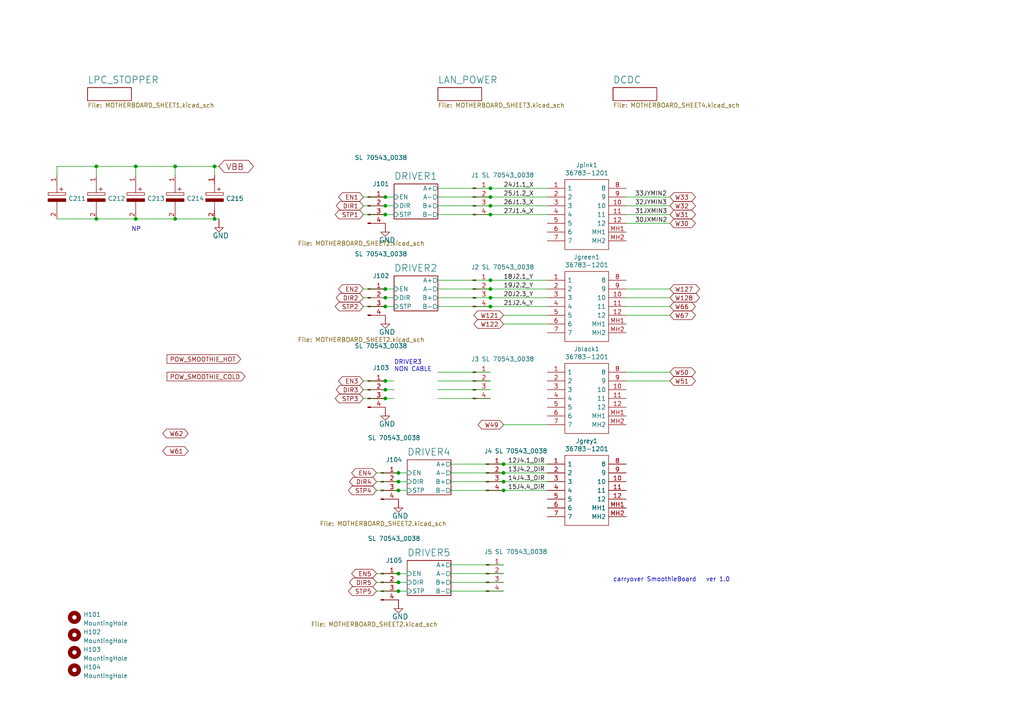
<source format=kicad_sch>
(kicad_sch (version 20211123) (generator eeschema)
  (paper "A4")
  (title_block (title "N0127 SMOOTHIEBOARD - MOTHERBOARD") (date "2022-07-18") (rev "1.0"))
  (lib_symbols
    (symbol "Connector:Conn_01x04_Male" (pin_names (offset 1.016) hide)
      (property "Reference" "J" (at 0 5.08 0))
      (property "Value" "Conn_01x04_Male" (at 0 -7.62 0))
      (symbol "Conn_01x04_Male_1_1"
        (polyline (pts (xy 1.27 -5.08) (xy 0.8636 -5.08)) (stroke (width 0.1524)))
        (polyline (pts (xy 1.27 -2.54) (xy 0.8636 -2.54)) (stroke (width 0.1524)))
        (polyline (pts (xy 1.27 0) (xy 0.8636 0)) (stroke (width 0.1524)))
        (polyline (pts (xy 1.27 2.54) (xy 0.8636 2.54)) (stroke (width 0.1524)))
        (rectangle (start 0.8636 -4.953) (end 0 -5.207) (stroke (width 0.1524)) (fill (type outline)))
        (rectangle (start 0.8636 -2.413) (end 0 -2.667) (stroke (width 0.1524)) (fill (type outline)))
        (rectangle (start 0.8636 0.127) (end 0 -0.127) (stroke (width 0.1524)) (fill (type outline)))
        (rectangle (start 0.8636 2.667) (end 0 2.413) (stroke (width 0.1524)) (fill (type outline)))
        (pin passive line (at 5.08 2.54 180) (length 3.81) (name "Pin_1") (number "1"))
        (pin passive line (at 5.08 0 180) (length 3.81) (name "Pin_2") (number "2"))
        (pin passive line (at 5.08 -2.54 180) (length 3.81) (name "Pin_3") (number "3"))
        (pin passive line (at 5.08 -5.08 180) (length 3.81) (name "Pin_4") (number "4"))
      )
    )
    (symbol "Mechanical:MountingHole" (pin_names (offset 1.016))
      (property "Reference" "H" (at 0 5.08 0))
      (property "Value" "MountingHole" (at 0 3.175 0))
      (symbol "MountingHole_0_1"
        (circle (center 0 0) (radius 1.27) (stroke (width 1.27)))
      )
    )
    (symbol "SAMAC:EDK107M035A9HAA" (pin_names (offset 0.762))
      (property "Reference" "C" (at 8.89 6.35 0))
      (property "Value" "EDK107M035A9HAA" (at 8.89 3.81 0))
      (symbol "EDK107M035A9HAA_0_0"
        (pin passive line (at 0 0 0) (length 2.54) (name "~") (number "1"))
        (pin passive line (at 12.7 0 180) (length 2.54) (name "~") (number "2"))
      )
      (symbol "EDK107M035A9HAA_0_1"
        (polyline (pts (xy 2.54 0) (xy 5.08 0)) (stroke (width 0.1524)))
        (polyline (pts (xy 4.064 1.778) (xy 4.064 0.762)) (stroke (width 0.1524)))
        (polyline (pts (xy 4.572 1.27) (xy 3.556 1.27)) (stroke (width 0.1524)))
        (polyline (pts (xy 7.62 0) (xy 10.16 0)) (stroke (width 0.1524)))
        (polyline (pts (xy 5.08 2.54) (xy 5.08 -2.54) (xy 5.842 -2.54) (xy 5.842 2.54) (xy 5.08 2.54)) (stroke (width 0.1524)))
        (polyline (pts (xy 7.62 2.54) (xy 7.62 -2.54) (xy 6.858 -2.54) (xy 6.858 2.54) (xy 7.62 2.54)) (stroke (width 0.254)) (fill (type outline)))
      )
    )
    (symbol "smoothieboard-5driver-eagle-import:GND" (power) (pin_names (offset 1.016))
      (property "Value" "GND" (at -1.905 -3.175 0))
      (symbol "GND_1_0"
        (polyline (pts (xy -1.27 0) (xy 1.27 0)))
        (polyline (pts (xy 0 -1.27) (xy -1.27 0)))
        (polyline (pts (xy 1.27 0) (xy 0 -1.27)))
        (pin power_in line (at 0 2.54 270) (length 2.54) (name "GND") (number "1"))
      )
    )
    (symbol "smoothieboard-5driver-rescue:36783-1201-36783-1201" (pin_names (offset 0.762))
      (property "Reference" "J" (at 19.05 7.62 0))
      (property "Value" "36783-1201-36783-1201" (at 19.05 5.08 0))
      (symbol "36783-1201-36783-1201_0_0"
        (pin passive line (at 0 0 0) (length 5.08) (name "1") (number "1"))
        (pin passive line (at 22.86 -5.08 180) (length 5.08) (name "10") (number "10"))
        (pin passive line (at 22.86 -7.62 180) (length 5.08) (name "11") (number "11"))
        (pin passive line (at 22.86 -10.16 180) (length 5.08) (name "12") (number "12"))
        (pin passive line (at 0 -2.54 0) (length 5.08) (name "2") (number "2"))
        (pin passive line (at 0 -5.08 0) (length 5.08) (name "3") (number "3"))
        (pin passive line (at 0 -7.62 0) (length 5.08) (name "4") (number "4"))
        (pin passive line (at 0 -10.16 0) (length 5.08) (name "5") (number "5"))
        (pin passive line (at 0 -12.7 0) (length 5.08) (name "6") (number "6"))
        (pin passive line (at 0 -15.24 0) (length 5.08) (name "7") (number "7"))
        (pin passive line (at 22.86 0 180) (length 5.08) (name "8") (number "8"))
        (pin passive line (at 22.86 -2.54 180) (length 5.08) (name "9") (number "9"))
        (pin passive line (at 22.86 -12.7 180) (length 5.08) (name "MH1") (number "MH1"))
        (pin passive line (at 22.86 -15.24 180) (length 5.08) (name "MH2") (number "MH2"))
      )
      (symbol "36783-1201-36783-1201_0_1"
        (polyline (pts (xy 5.08 2.54) (xy 17.78 2.54) (xy 17.78 -17.78) (xy 5.08 -17.78) (xy 5.08 2.54)) (stroke (width 0.1524)))
      )
    )
  )
  (junction (at 115.57 139.7))
  (junction (at 142.24 83.82))
  (junction (at 62.23 63.5))
  (junction (at 39.37 63.5))
  (junction (at 111.76 113.03))
  (junction (at 142.24 88.9))
  (junction (at 115.57 166.37))
  (junction (at 27.94 63.5))
  (junction (at 146.05 142.24))
  (junction (at 142.24 62.23))
  (junction (at 50.8 48.26))
  (junction (at 146.05 134.62))
  (junction (at 142.24 81.28))
  (junction (at 111.76 59.69))
  (junction (at 111.76 83.82))
  (junction (at 111.76 57.15))
  (junction (at 111.76 86.36))
  (junction (at 142.24 59.69))
  (junction (at 111.76 115.57))
  (junction (at 27.94 48.26))
  (junction (at 146.05 137.16))
  (junction (at 62.23 48.26))
  (junction (at 142.24 57.15))
  (junction (at 39.37 48.26))
  (junction (at 115.57 137.16))
  (junction (at 115.57 142.24))
  (junction (at 50.8 63.5))
  (junction (at 146.05 139.7))
  (junction (at 115.57 168.91))
  (junction (at 115.57 171.45))
  (junction (at 142.24 54.61))
  (junction (at 111.76 62.23))
  (junction (at 111.76 88.9))
  (junction (at 142.24 86.36))
  (junction (at 111.76 110.49))
  (wire (pts (xy 63.5 48.26) (xy 62.23 48.26)))
  (wire (pts (xy 194.31 57.15) (xy 181.61 57.15)))
  (wire (pts (xy 105.41 83.82) (xy 111.76 83.82)))
  (wire (pts (xy 142.24 88.9) (xy 158.75 88.9)))
  (wire (pts (xy 109.22 166.37) (xy 115.57 166.37)))
  (wire (pts (xy 109.22 171.45) (xy 115.57 171.45)))
  (wire (pts (xy 130.81 166.37) (xy 146.05 166.37)))
  (wire (pts (xy 142.24 86.36) (xy 158.75 86.36)))
  (wire (pts (xy 127 81.28) (xy 142.24 81.28)))
  (wire (pts (xy 142.24 54.61) (xy 158.75 54.61)))
  (wire (pts (xy 194.31 59.69) (xy 181.61 59.69)))
  (wire (pts (xy 111.76 62.23) (xy 114.3 62.23)))
  (wire (pts (xy 146.05 137.16) (xy 158.75 137.16)))
  (wire (pts (xy 109.22 139.7) (xy 115.57 139.7)))
  (wire (pts (xy 62.23 63.5) (xy 63.5 63.5)))
  (wire (pts (xy 142.24 81.28) (xy 158.75 81.28)))
  (wire (pts (xy 39.37 48.26) (xy 27.94 48.26)))
  (wire (pts (xy 105.41 88.9) (xy 111.76 88.9)))
  (wire (pts (xy 115.57 142.24) (xy 118.11 142.24)))
  (wire (pts (xy 105.41 113.03) (xy 111.76 113.03)))
  (wire (pts (xy 127 83.82) (xy 142.24 83.82)))
  (wire (pts (xy 194.31 110.49) (xy 181.61 110.49)))
  (wire (pts (xy 130.81 168.91) (xy 146.05 168.91)))
  (wire (pts (xy 127 107.95) (xy 142.24 107.95)))
  (wire (pts (xy 62.23 48.26) (xy 62.23 50.8)))
  (wire (pts (xy 115.57 171.45) (xy 118.11 171.45)))
  (wire (pts (xy 39.37 48.26) (xy 39.37 50.8)))
  (wire (pts (xy 105.41 115.57) (xy 111.76 115.57)))
  (wire (pts (xy 111.76 113.03) (xy 114.3 113.03)))
  (wire (pts (xy 27.94 63.5) (xy 39.37 63.5)))
  (wire (pts (xy 39.37 63.5) (xy 50.8 63.5)))
  (wire (pts (xy 194.31 83.82) (xy 181.61 83.82)))
  (wire (pts (xy 109.22 142.24) (xy 115.57 142.24)))
  (wire (pts (xy 130.81 171.45) (xy 146.05 171.45)))
  (wire (pts (xy 127 59.69) (xy 142.24 59.69)))
  (wire (pts (xy 27.94 48.26) (xy 16.51 48.26)))
  (wire (pts (xy 194.31 64.77) (xy 181.61 64.77)))
  (wire (pts (xy 146.05 123.19) (xy 158.75 123.19)))
  (wire (pts (xy 194.31 107.95) (xy 181.61 107.95)))
  (wire (pts (xy 105.41 110.49) (xy 111.76 110.49)))
  (wire (pts (xy 50.8 63.5) (xy 62.23 63.5)))
  (wire (pts (xy 27.94 48.26) (xy 27.94 50.8)))
  (wire (pts (xy 127 57.15) (xy 142.24 57.15)))
  (wire (pts (xy 111.76 88.9) (xy 114.3 88.9)))
  (wire (pts (xy 111.76 115.57) (xy 114.3 115.57)))
  (wire (pts (xy 127 110.49) (xy 142.24 110.49)))
  (wire (pts (xy 16.51 63.5) (xy 27.94 63.5)))
  (wire (pts (xy 50.8 48.26) (xy 50.8 50.8)))
  (wire (pts (xy 146.05 91.44) (xy 158.75 91.44)))
  (wire (pts (xy 62.23 48.26) (xy 50.8 48.26)))
  (wire (pts (xy 115.57 137.16) (xy 118.11 137.16)))
  (wire (pts (xy 130.81 139.7) (xy 146.05 139.7)))
  (wire (pts (xy 194.31 88.9) (xy 181.61 88.9)))
  (wire (pts (xy 142.24 83.82) (xy 158.75 83.82)))
  (wire (pts (xy 130.81 142.24) (xy 146.05 142.24)))
  (wire (pts (xy 127 54.61) (xy 142.24 54.61)))
  (wire (pts (xy 111.76 59.69) (xy 114.3 59.69)))
  (wire (pts (xy 111.76 83.82) (xy 114.3 83.82)))
  (wire (pts (xy 111.76 57.15) (xy 114.3 57.15)))
  (wire (pts (xy 105.41 59.69) (xy 111.76 59.69)))
  (wire (pts (xy 194.31 62.23) (xy 181.61 62.23)))
  (wire (pts (xy 109.22 137.16) (xy 115.57 137.16)))
  (wire (pts (xy 142.24 57.15) (xy 158.75 57.15)))
  (wire (pts (xy 130.81 137.16) (xy 146.05 137.16)))
  (wire (pts (xy 115.57 166.37) (xy 118.11 166.37)))
  (wire (pts (xy 111.76 110.49) (xy 114.3 110.49)))
  (wire (pts (xy 115.57 168.91) (xy 118.11 168.91)))
  (wire (pts (xy 111.76 86.36) (xy 114.3 86.36)))
  (wire (pts (xy 127 86.36) (xy 142.24 86.36)))
  (wire (pts (xy 146.05 134.62) (xy 158.75 134.62)))
  (wire (pts (xy 127 115.57) (xy 142.24 115.57)))
  (wire (pts (xy 146.05 142.24) (xy 158.75 142.24)))
  (wire (pts (xy 105.41 62.23) (xy 111.76 62.23)))
  (wire (pts (xy 127 113.03) (xy 142.24 113.03)))
  (wire (pts (xy 130.81 163.83) (xy 146.05 163.83)))
  (wire (pts (xy 105.41 57.15) (xy 111.76 57.15)))
  (wire (pts (xy 142.24 62.23) (xy 158.75 62.23)))
  (wire (pts (xy 105.41 86.36) (xy 111.76 86.36)))
  (wire (pts (xy 127 88.9) (xy 142.24 88.9)))
  (wire (pts (xy 146.05 93.98) (xy 158.75 93.98)))
  (wire (pts (xy 115.57 139.7) (xy 118.11 139.7)))
  (wire (pts (xy 50.8 48.26) (xy 39.37 48.26)))
  (wire (pts (xy 16.51 48.26) (xy 16.51 50.8)))
  (wire (pts (xy 127 62.23) (xy 142.24 62.23)))
  (wire (pts (xy 146.05 139.7) (xy 158.75 139.7)))
  (wire (pts (xy 194.31 86.36) (xy 181.61 86.36)))
  (wire (pts (xy 142.24 59.69) (xy 158.75 59.69)))
  (wire (pts (xy 109.22 168.91) (xy 115.57 168.91)))
  (wire (pts (xy 130.81 134.62) (xy 146.05 134.62)))
  (wire (pts (xy 194.31 91.44) (xy 181.61 91.44)))
  (text "NP" (at 38.1 67.31 0) (effects (font (size 1.27 1.27)) (justify left bottom)))
  (text "carryover SmoothieBoard   ver 1.0" (at 177.8 168.91 0) (effects (font (size 1.27 1.27)) (justify left bottom)))
  (text "DRIVER3\nNON CABLE" (at 114.3 107.95 0) (effects (font (size 1.27 1.27)) (justify left bottom)))
  (label "32JYMIN3" (at 184.15 59.69 0))
  (label "14J4.3_DIR" (at 147.32 139.7 0))
  (label "12J4.1_DIR" (at 147.32 134.62 0))
  (label "25J1.2_X" (at 146.05 57.15 0))
  (label "33JYMIN2" (at 184.15 57.15 0))
  (label "21J2.4_Y" (at 146.05 88.9 0))
  (label "15J4.4_DIR" (at 147.32 142.24 0))
  (label "24J1.1_X" (at 146.05 54.61 0))
  (label "20J2.3_Y" (at 146.05 86.36 0))
  (label "18J2.1_Y" (at 146.05 81.28 0))
  (label "30JXMIN2" (at 184.15 64.77 0))
  (label "19J2.2_Y" (at 146.05 83.82 0))
  (label "31JXMIN3" (at 184.15 62.23 0))
  (label "13J4.2_DIR" (at 147.32 137.16 0))
  (label "27J1.4_X" (at 146.05 62.23 0))
  (label "26J1.3_X" (at 146.05 59.69 0))
  (global_label "STP2" (shape bidirectional) (at 105.41 88.9 180) (property "Intersheet References" "${INTERSHEET_REFS}" (effects hide)))
  (global_label "W122" (shape bidirectional) (at 146.05 93.98 180) (property "Intersheet References" "${INTERSHEET_REFS}" (effects hide)))
  (global_label "W30" (shape bidirectional) (at 194.31 64.77 0) (property "Intersheet References" "${INTERSHEET_REFS}" (effects hide)))
  (global_label "POW_SMOOTHIE_HOT" (shape input) (at 69.85 104.14 180) (property "Intersheet References" "${INTERSHEET_REFS}" (effects hide)))
  (global_label "EN2" (shape bidirectional) (at 105.41 83.82 180) (property "Intersheet References" "${INTERSHEET_REFS}" (effects hide)))
  (global_label "W61" (shape bidirectional) (at 54.61 130.81 180) (property "Intersheet References" "${INTERSHEET_REFS}" (effects hide)))
  (global_label "W33" (shape bidirectional) (at 194.31 57.15 0) (property "Intersheet References" "${INTERSHEET_REFS}" (effects hide)))
  (global_label "DIR4" (shape bidirectional) (at 109.22 139.7 180) (property "Intersheet References" "${INTERSHEET_REFS}" (effects hide)))
  (global_label "DIR1" (shape bidirectional) (at 105.41 59.69 180) (property "Intersheet References" "${INTERSHEET_REFS}" (effects hide)))
  (global_label "W62" (shape bidirectional) (at 54.61 125.73 180) (property "Intersheet References" "${INTERSHEET_REFS}" (effects hide)))
  (global_label "EN1" (shape bidirectional) (at 105.41 57.15 180) (property "Intersheet References" "${INTERSHEET_REFS}" (effects hide)))
  (global_label "EN4" (shape bidirectional) (at 109.22 137.16 180) (property "Intersheet References" "${INTERSHEET_REFS}" (effects hide)))
  (global_label "W50" (shape bidirectional) (at 194.31 107.95 0) (property "Intersheet References" "${INTERSHEET_REFS}" (effects hide)))
  (global_label "EN3" (shape bidirectional) (at 105.41 110.49 180) (property "Intersheet References" "${INTERSHEET_REFS}" (effects hide)))
  (global_label "DIR2" (shape bidirectional) (at 105.41 86.36 180) (property "Intersheet References" "${INTERSHEET_REFS}" (effects hide)))
  (global_label "W128" (shape bidirectional) (at 194.31 86.36 0) (property "Intersheet References" "${INTERSHEET_REFS}" (effects hide)))
  (global_label "DIR3" (shape bidirectional) (at 105.41 113.03 180) (property "Intersheet References" "${INTERSHEET_REFS}" (effects hide)))
  (global_label "W67" (shape bidirectional) (at 194.31 91.44 0) (property "Intersheet References" "${INTERSHEET_REFS}" (effects hide)))
  (global_label "DIR5" (shape bidirectional) (at 109.22 168.91 180) (property "Intersheet References" "${INTERSHEET_REFS}" (effects hide)))
  (global_label "STP3" (shape bidirectional) (at 105.41 115.57 180) (property "Intersheet References" "${INTERSHEET_REFS}" (effects hide)))
  (global_label "POW_SMOOTHIE_COLD" (shape input) (at 71.12 109.22 180) (property "Intersheet References" "${INTERSHEET_REFS}" (effects hide)))
  (global_label "W32" (shape bidirectional) (at 194.31 59.69 0) (property "Intersheet References" "${INTERSHEET_REFS}" (effects hide)))
  (global_label "W66" (shape bidirectional) (at 194.31 88.9 0) (property "Intersheet References" "${INTERSHEET_REFS}" (effects hide)))
  (global_label "STP5" (shape bidirectional) (at 109.22 171.45 180) (property "Intersheet References" "${INTERSHEET_REFS}" (effects hide)))
  (global_label "STP1" (shape bidirectional) (at 105.41 62.23 180) (property "Intersheet References" "${INTERSHEET_REFS}" (effects hide)))
  (global_label "STP4" (shape bidirectional) (at 109.22 142.24 180) (property "Intersheet References" "${INTERSHEET_REFS}" (effects hide)))
  (global_label "W49" (shape bidirectional) (at 146.05 123.19 180) (property "Intersheet References" "${INTERSHEET_REFS}" (effects hide)))
  (global_label "W51" (shape bidirectional) (at 194.31 110.49 0) (property "Intersheet References" "${INTERSHEET_REFS}" (effects hide)))
  (global_label "VBB" (shape bidirectional) (at 63.5 48.26 0) (effects (font (size 1.778 1.778))) (property "Intersheet References" "${INTERSHEET_REFS}" (effects hide)))
  (global_label "W127" (shape bidirectional) (at 194.31 83.82 0) (property "Intersheet References" "${INTERSHEET_REFS}" (effects hide)))
  (global_label "W121" (shape bidirectional) (at 146.05 91.44 180) (property "Intersheet References" "${INTERSHEET_REFS}" (effects hide)))
  (global_label "W31" (shape bidirectional) (at 194.31 62.23 0) (property "Intersheet References" "${INTERSHEET_REFS}" (effects hide)))
  (global_label "EN5" (shape bidirectional) (at 109.22 166.37 180) (property "Intersheet References" "${INTERSHEET_REFS}" (effects hide)))
  (symbol (lib_id "smoothieboard-5driver-rescue:36783-1201-36783-1201") (at 158.75 54.61 0) (unit 1)
    (property "Reference" "Jpink1" (at 170.18 47.879 0))
    (property "Value" "36783-1201" (at 170.18 50.1904 0))
    (property "Footprint" "NP_DF2S5:367831201" (effects hide))
    (property "Datasheet" "https://www.molex.com/webdocs/datasheets/pdf/en-us/0367831201_PCB_HEADERS.pdf" (effects hide))
    (property "Description" "Molex MX120G 36783, 3.2mm Pitch, 12 Way, 2 Row, Right Angle PCB Header, Through Hole" (effects hide))
    (property "Height" "26" (effects hide))
    (property "Mouser Part Number" "538-36783-1201" (effects hide))
    (property "Mouser Price/Stock" "https://www.mouser.co.uk/ProductDetail/Molex/36783-1201?qs=OCbSoOldw5tiOFZFkbZSWg%3D%3D" (effects hide))
    (property "Manufacturer_Name" "Molex" (effects hide))
    (property "Manufacturer_Part_Number" "36783-1201" (effects hide))
  )
  (symbol (lib_id "smoothieboard-5driver-rescue:36783-1201-36783-1201") (at 158.75 81.28 0) (unit 1)
    (property "Reference" "Jgreen1" (at 170.18 74.549 0))
    (property "Value" "36783-1201" (at 170.18 76.8604 0))
    (property "Footprint" "NP_DF2S5:367831201" (effects hide))
    (property "Datasheet" "https://www.molex.com/webdocs/datasheets/pdf/en-us/0367831201_PCB_HEADERS.pdf" (effects hide))
    (property "Description" "Molex MX120G 36783, 3.2mm Pitch, 12 Way, 2 Row, Right Angle PCB Header, Through Hole" (effects hide))
    (property "Height" "26" (effects hide))
    (property "Mouser Part Number" "538-36783-1201" (effects hide))
    (property "Mouser Price/Stock" "https://www.mouser.co.uk/ProductDetail/Molex/36783-1201?qs=OCbSoOldw5tiOFZFkbZSWg%3D%3D" (effects hide))
    (property "Manufacturer_Name" "Molex" (effects hide))
    (property "Manufacturer_Part_Number" "36783-1201" (effects hide))
  )
  (symbol (lib_id "smoothieboard-5driver-rescue:36783-1201-36783-1201") (at 158.75 107.95 0) (unit 1)
    (property "Reference" "Jblack1" (at 170.18 101.219 0))
    (property "Value" "36783-1201" (at 170.18 103.5304 0))
    (property "Footprint" "NP_DF2S5:367831201" (effects hide))
    (property "Datasheet" "https://www.molex.com/webdocs/datasheets/pdf/en-us/0367831201_PCB_HEADERS.pdf" (effects hide))
    (property "Description" "Molex MX120G 36783, 3.2mm Pitch, 12 Way, 2 Row, Right Angle PCB Header, Through Hole" (effects hide))
    (property "Height" "26" (effects hide))
    (property "Mouser Part Number" "538-36783-1201" (effects hide))
    (property "Mouser Price/Stock" "https://www.mouser.co.uk/ProductDetail/Molex/36783-1201?qs=OCbSoOldw5tiOFZFkbZSWg%3D%3D" (effects hide))
    (property "Manufacturer_Name" "Molex" (effects hide))
    (property "Manufacturer_Part_Number" "36783-1201" (effects hide))
  )
  (symbol (lib_id "smoothieboard-5driver-rescue:36783-1201-36783-1201") (at 158.75 134.62 0) (unit 1)
    (property "Reference" "Jgrey1" (at 170.18 127.889 0))
    (property "Value" "36783-1201" (at 170.18 130.2004 0))
    (property "Footprint" "NP_DF2S5:367831201" (effects hide))
    (property "Datasheet" "https://www.molex.com/webdocs/datasheets/pdf/en-us/0367831201_PCB_HEADERS.pdf" (effects hide))
    (property "Description" "Molex MX120G 36783, 3.2mm Pitch, 12 Way, 2 Row, Right Angle PCB Header, Through Hole" (effects hide))
    (property "Height" "26" (effects hide))
    (property "Mouser Part Number" "538-36783-1201" (effects hide))
    (property "Mouser Price/Stock" "https://www.mouser.co.uk/ProductDetail/Molex/36783-1201?qs=OCbSoOldw5tiOFZFkbZSWg%3D%3D" (effects hide))
    (property "Manufacturer_Name" "Molex" (effects hide))
    (property "Manufacturer_Part_Number" "36783-1201" (effects hide))
  )
  (symbol (lib_id "smoothieboard-5driver-eagle-import:GND") (at 115.57 147.32 0) (unit 1)
    (property "Reference" "#SUPPLY0165" (effects hide))
    (property "Value" "GND" (at 113.665 150.495 0) (effects (font (size 1.4986 1.4986)) (justify left bottom)))
  )
  (symbol (lib_id "Connector:Conn_01x04_Male") (at 137.16 83.82 0) (unit 1)
    (property "Reference" "J2" (at 137.795 77.504 0))
    (property "Value" "SL 70543_0038" (at 147.32 77.47 0))
    (property "Footprint" "Connector_Molex:Molex_SL_171971-0004_1x04_P2.54mm_Vertical" (effects hide))
  )
  (symbol (lib_id "Mechanical:MountingHole") (at 21.59 184.15 0) (unit 1)
    (property "Reference" "H102" (at 24.13 183.3153 0) (effects (justify left)))
    (property "Value" "MountingHole" (at 24.13 185.8522 0) (effects (justify left)))
    (property "Footprint" "TB67S249FTG:MountingHole_3.7mm_NATUITION_SMOOTHIE" (effects hide))
  )
  (symbol (lib_id "SAMAC:EDK107M035A9HAA") (at 62.23 50.8 270) (unit 1)
    (property "Reference" "C215" (at 65.532 57.5838 90) (effects (justify left)))
    (property "Value" "EDK107M035A9HAA" (effects hide))
    (property "Footprint" "SAMAC:CAPAE660X800N" (effects hide))
    (property "Datasheet" "https://www.kemet.com/specsheet/EDK107M035A9HAA" (effects hide))
    (property "Description" "Aluminum Electrolytic Capacitors - SMD 35V 100uF 20%" (effects hide))
    (property "Height" "8" (effects hide))
    (property "Mouser Part Number" "80-EDK107M035A9HAA" (effects hide))
    (property "Mouser Price/Stock" "https://www.mouser.co.uk/ProductDetail/KEMET/EDK107M035A9HAA?qs=T9vdlufmP8wEbPdGrLfbyw%3D%3D" (effects hide))
    (property "Manufacturer_Name" "KEMET" (effects hide))
    (property "Manufacturer_Part_Number" "EDK107M035A9HAA" (effects hide))
  )
  (symbol (lib_id "Connector:Conn_01x04_Male") (at 106.68 59.69 0) (unit 1)
    (property "Reference" "J101" (at 110.49 53.34 0))
    (property "Value" "SL 70543_0038" (at 110.49 45.72 0))
    (property "Footprint" "Connector_Molex:Molex_SL_171971-0004_1x04_P2.54mm_Vertical" (effects hide))
  )
  (symbol (lib_id "Connector:Conn_01x04_Male") (at 137.16 110.49 0) (unit 1)
    (property "Reference" "J3" (at 137.795 104.174 0))
    (property "Value" "SL 70543_0038" (at 147.32 104.14 0))
    (property "Footprint" "Connector_Molex:Molex_SL_171971-0004_1x04_P2.54mm_Vertical" (effects hide))
  )
  (symbol (lib_id "SAMAC:EDK107M035A9HAA") (at 39.37 50.8 270) (unit 1)
    (property "Reference" "C213" (at 42.672 57.5838 90) (effects (justify left)))
    (property "Value" "EDK107M035A9HAA" (effects hide))
    (property "Datasheet" "https://www.kemet.com/specsheet/EDK107M035A9HAA" (effects hide))
    (property "Description" "Aluminum Electrolytic Capacitors - SMD 35V 100uF 20%" (effects hide))
    (property "Height" "8" (effects hide))
    (property "Mouser Part Number" "80-EDK107M035A9HAA" (effects hide))
    (property "Mouser Price/Stock" "https://www.mouser.co.uk/ProductDetail/KEMET/EDK107M035A9HAA?qs=T9vdlufmP8wEbPdGrLfbyw%3D%3D" (effects hide))
    (property "Manufacturer_Name" "KEMET" (effects hide))
    (property "Manufacturer_Part_Number" "EDK107M035A9HAA" (effects hide))
  )
  (symbol (lib_id "Connector:Conn_01x04_Male") (at 137.16 57.15 0) (unit 1)
    (property "Reference" "J1" (at 137.795 50.834 0))
    (property "Value" "SL 70543_0038" (at 147.32 50.8 0))
    (property "Footprint" "natuition_electronic_2022:Molex_SL_171971-0004_1x04_P2.54mm_Vertical" (effects hide))
  )
  (symbol (lib_id "smoothieboard-5driver-eagle-import:GND") (at 115.57 176.53 0) (unit 1)
    (property "Reference" "#SUPPLY0168" (effects hide))
    (property "Value" "GND" (at 113.665 179.705 0) (effects (font (size 1.4986 1.4986)) (justify left bottom)))
  )
  (symbol (lib_id "Connector:Conn_01x04_Male") (at 106.68 113.03 0) (unit 1)
    (property "Reference" "J103" (at 110.49 106.68 0))
    (property "Value" "SL 70543_0038" (at 110.49 100.33 0))
    (property "Footprint" "Connector_Molex:Molex_SL_171971-0004_1x04_P2.54mm_Vertical" (effects hide))
  )
  (symbol (lib_id "Mechanical:MountingHole") (at 21.59 194.31 0) (unit 1)
    (property "Reference" "H104" (at 24.13 193.4753 0) (effects (justify left)))
    (property "Value" "MountingHole" (at 24.13 196.0122 0) (effects (justify left)))
    (property "Footprint" "TB67S249FTG:MountingHole_3.7mm_NATUITION_SMOOTHIE" (effects hide))
  )
  (symbol (lib_id "smoothieboard-5driver-eagle-import:GND") (at 111.76 120.65 0) (unit 1)
    (property "Reference" "#SUPPLY0166" (effects hide))
    (property "Value" "GND" (at 109.855 123.825 0) (effects (font (size 1.4986 1.4986)) (justify left bottom)))
  )
  (symbol (lib_id "Connector:Conn_01x04_Male") (at 140.97 137.16 0) (unit 1)
    (property "Reference" "J4" (at 141.605 130.844 0))
    (property "Value" "SL 70543_0038" (at 151.13 130.81 0))
    (property "Footprint" "Connector_Molex:Molex_SL_171971-0004_1x04_P2.54mm_Vertical" (effects hide))
  )
  (symbol (lib_id "Connector:Conn_01x04_Male") (at 140.97 166.37 0) (unit 1)
    (property "Reference" "J5" (at 141.605 160.054 0))
    (property "Value" "SL 70543_0038" (at 151.13 160.02 0))
    (property "Footprint" "Connector_Molex:Molex_SL_171971-0004_1x04_P2.54mm_Vertical" (effects hide))
  )
  (symbol (lib_id "SAMAC:EDK107M035A9HAA") (at 27.94 50.8 270) (unit 1)
    (property "Reference" "C212" (at 31.242 57.5838 90) (effects (justify left)))
    (property "Value" "EDK107M035A9HAA" (effects hide))
    (property "Footprint" "SAMAC:CAPAE660X800N" (effects hide))
    (property "Datasheet" "https://www.kemet.com/specsheet/EDK107M035A9HAA" (effects hide))
    (property "Description" "Aluminum Electrolytic Capacitors - SMD 35V 100uF 20%" (effects hide))
    (property "Height" "8" (effects hide))
    (property "Mouser Part Number" "80-EDK107M035A9HAA" (effects hide))
    (property "Mouser Price/Stock" "https://www.mouser.co.uk/ProductDetail/KEMET/EDK107M035A9HAA?qs=T9vdlufmP8wEbPdGrLfbyw%3D%3D" (effects hide))
    (property "Manufacturer_Name" "KEMET" (effects hide))
    (property "Manufacturer_Part_Number" "EDK107M035A9HAA" (effects hide))
  )
  (symbol (lib_id "Mechanical:MountingHole") (at 21.59 189.23 0) (unit 1)
    (property "Reference" "H103" (at 24.13 188.3953 0) (effects (justify left)))
    (property "Value" "MountingHole" (at 24.13 190.9322 0) (effects (justify left)))
    (property "Footprint" "TB67S249FTG:MountingHole_3.7mm_NATUITION_SMOOTHIE" (effects hide))
  )
  (symbol (lib_id "Connector:Conn_01x04_Male") (at 110.49 168.91 0) (unit 1)
    (property "Reference" "J105" (at 114.3 162.56 0))
    (property "Value" "SL 70543_0038" (at 114.3 156.21 0))
    (property "Footprint" "Connector_Molex:Molex_SL_171971-0004_1x04_P2.54mm_Vertical" (effects hide))
  )
  (symbol (lib_id "Mechanical:MountingHole") (at 21.59 179.07 0) (unit 1)
    (property "Reference" "H101" (at 24.13 178.2353 0) (effects (justify left)))
    (property "Value" "MountingHole" (at 24.13 180.7722 0) (effects (justify left)))
    (property "Footprint" "TB67S249FTG:MountingHole_3.7mm_NATUITION_SMOOTHIE" (effects hide))
  )
  (symbol (lib_id "SAMAC:EDK107M035A9HAA") (at 50.8 50.8 270) (unit 1)
    (property "Reference" "C214" (at 54.102 57.5838 90) (effects (justify left)))
    (property "Value" "EDK107M035A9HAA" (effects hide))
    (property "Footprint" "SAMAC:CAPAE660X800N" (effects hide))
    (property "Datasheet" "https://www.kemet.com/specsheet/EDK107M035A9HAA" (effects hide))
    (property "Description" "Aluminum Electrolytic Capacitors - SMD 35V 100uF 20%" (effects hide))
    (property "Height" "8" (effects hide))
    (property "Mouser Part Number" "80-EDK107M035A9HAA" (effects hide))
    (property "Mouser Price/Stock" "https://www.mouser.co.uk/ProductDetail/KEMET/EDK107M035A9HAA?qs=T9vdlufmP8wEbPdGrLfbyw%3D%3D" (effects hide))
    (property "Manufacturer_Name" "KEMET" (effects hide))
    (property "Manufacturer_Part_Number" "EDK107M035A9HAA" (effects hide))
  )
  (symbol (lib_id "SAMAC:EDK107M035A9HAA") (at 16.51 50.8 270) (unit 1)
    (property "Reference" "C211" (at 19.812 57.5838 90) (effects (justify left)))
    (property "Value" "EDK107M035A9HAA" (effects hide))
    (property "Footprint" "SAMAC:CAPAE660X800N" (effects hide))
    (property "Datasheet" "https://www.kemet.com/specsheet/EDK107M035A9HAA" (effects hide))
    (property "Description" "Aluminum Electrolytic Capacitors - SMD 35V 100uF 20%" (effects hide))
    (property "Height" "8" (effects hide))
    (property "Mouser Part Number" "80-EDK107M035A9HAA" (effects hide))
    (property "Mouser Price/Stock" "https://www.mouser.co.uk/ProductDetail/KEMET/EDK107M035A9HAA?qs=T9vdlufmP8wEbPdGrLfbyw%3D%3D" (effects hide))
    (property "Manufacturer_Name" "KEMET" (effects hide))
    (property "Manufacturer_Part_Number" "EDK107M035A9HAA" (effects hide))
  )
  (symbol (lib_id "smoothieboard-5driver-eagle-import:GND") (at 111.76 67.31 0) (unit 1)
    (property "Reference" "#SUPPLY0128" (effects hide))
    (property "Value" "GND" (at 109.855 70.485 0) (effects (font (size 1.4986 1.4986)) (justify left bottom)))
  )
  (symbol (lib_id "smoothieboard-5driver-eagle-import:GND") (at 63.5 66.04 0) (unit 1)
    (property "Reference" "#SUPPLY0167" (effects hide))
    (property "Value" "GND" (at 61.595 69.215 0) (effects (font (size 1.4986 1.4986)) (justify left bottom)))
  )
  (symbol (lib_id "Connector:Conn_01x04_Male") (at 110.49 139.7 0) (unit 1)
    (property "Reference" "J104" (at 114.3 133.35 0))
    (property "Value" "SL 70543_0038" (at 114.3 127 0))
    (property "Footprint" "Connector_Molex:Molex_SL_171971-0004_1x04_P2.54mm_Vertical" (effects hide))
  )
  (symbol (lib_id "Connector:Conn_01x04_Male") (at 106.68 86.36 0) (unit 1)
    (property "Reference" "J102" (at 110.49 80.01 0))
    (property "Value" "SL 70543_0038" (at 110.49 73.66 0))
    (property "Footprint" "Connector_Molex:Molex_SL_171971-0004_1x04_P2.54mm_Vertical" (effects hide))
  )
  (symbol (lib_id "smoothieboard-5driver-eagle-import:GND") (at 111.76 93.98 0) (unit 1)
    (property "Reference" "#SUPPLY0164" (effects hide))
    (property "Value" "GND" (at 109.855 97.155 0) (effects (font (size 1.4986 1.4986)) (justify left bottom)))
  )
  (sheet (at 25.4 25.4) (size 12.7 3.81)
    (property "Sheet name" "LPC_STOPPER" (at 25.4 24.3234 0) (effects (font (size 2 2)) (justify left bottom)))
    (property "Sheet file" "MOTHERBOARD_SHEET1.kicad_sch" (at 25.4 29.7946 0) (effects (justify left top)))
  )
  (sheet (at 114.3 53.34) (size 12.7 10.16)
    (property "Sheet name" "DRIVER1" (at 114.3 52.2634 0) (effects (font (size 2 2)) (justify left bottom)))
    (property "Sheet file" "MOTHERBOARD_SHEET2.kicad_sch" (at 86.36 69.85 0) (effects (justify left top)))
    (pin "DIR" input (at 114.3 59.69 180))
    (pin "STP" input (at 114.3 62.23 180))
    (pin "EN" input (at 114.3 57.15 180))
    (pin "A-" output (at 127 57.15 0))
    (pin "A+" output (at 127 54.61 0))
    (pin "B+" output (at 127 59.69 0))
    (pin "B-" output (at 127 62.23 0))
  )
  (sheet (at 127 25.4) (size 12.7 3.81)
    (property "Sheet name" "LAN_POWER" (at 127 24.3234 0) (effects (font (size 2 2)) (justify left bottom)))
    (property "Sheet file" "MOTHERBOARD_SHEET3.kicad_sch" (at 127 29.7946 0) (effects (justify left top)))
  )
  (sheet (at 177.8 25.4) (size 12.7 3.81)
    (property "Sheet name" "DCDC" (at 177.8 24.3234 0) (effects (font (size 2 2)) (justify left bottom)))
    (property "Sheet file" "MOTHERBOARD_SHEET4.kicad_sch" (at 177.8 29.7946 0) (effects (justify left top)))
  )
  (sheet (at 118.11 162.56) (size 12.7 10.16)
    (property "Sheet name" "DRIVER5" (at 118.11 161.4834 0) (effects (font (size 2 2)) (justify left bottom)))
    (property "Sheet file" "MOTHERBOARD_SHEET2.kicad_sch" (at 90.17 180.34 0) (effects (justify left top)))
    (pin "DIR" input (at 118.11 168.91 180))
    (pin "STP" input (at 118.11 171.45 180))
    (pin "EN" input (at 118.11 166.37 180))
    (pin "A-" output (at 130.81 166.37 0))
    (pin "A+" output (at 130.81 163.83 0))
    (pin "B+" output (at 130.81 168.91 0))
    (pin "B-" output (at 130.81 171.45 0))
  )
  (sheet (at 118.11 133.35) (size 12.7 10.16)
    (property "Sheet name" "DRIVER4" (at 118.11 132.2734 0) (effects (font (size 2 2)) (justify left bottom)))
    (property "Sheet file" "MOTHERBOARD_SHEET2.kicad_sch" (at 92.71 151.13 0) (effects (justify left top)))
    (pin "DIR" input (at 118.11 139.7 180))
    (pin "STP" input (at 118.11 142.24 180))
    (pin "EN" input (at 118.11 137.16 180))
    (pin "A-" output (at 130.81 137.16 0))
    (pin "A+" output (at 130.81 134.62 0))
    (pin "B+" output (at 130.81 139.7 0))
    (pin "B-" output (at 130.81 142.24 0))
  )
  (sheet (at 114.3 80.01) (size 12.7 10.16)
    (property "Sheet name" "DRIVER2" (at 114.3 78.9334 0) (effects (font (size 2 2)) (justify left bottom)))
    (property "Sheet file" "MOTHERBOARD_SHEET2.kicad_sch" (at 86.36 97.79 0) (effects (justify left top)))
    (pin "DIR" input (at 114.3 86.36 180))
    (pin "STP" input (at 114.3 88.9 180))
    (pin "EN" input (at 114.3 83.82 180))
    (pin "A-" output (at 127 83.82 0))
    (pin "A+" output (at 127 81.28 0))
    (pin "B+" output (at 127 86.36 0))
    (pin "B-" output (at 127 88.9 0))
  )
)
</source>
